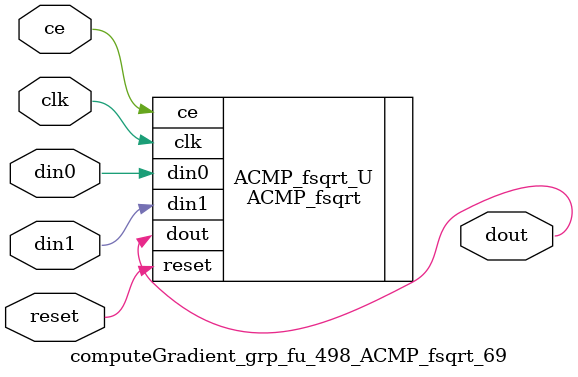
<source format=v>

`timescale 1 ns / 1 ps
module computeGradient_grp_fu_498_ACMP_fsqrt_69(
    clk,
    reset,
    ce,
    din0,
    din1,
    dout);

parameter ID = 32'd1;
parameter NUM_STAGE = 32'd1;
parameter din0_WIDTH = 32'd1;
parameter din1_WIDTH = 32'd1;
parameter dout_WIDTH = 32'd1;
input clk;
input reset;
input ce;
input[din0_WIDTH - 1:0] din0;
input[din1_WIDTH - 1:0] din1;
output[dout_WIDTH - 1:0] dout;



ACMP_fsqrt #(
.ID( ID ),
.NUM_STAGE( 8 ),
.din0_WIDTH( din0_WIDTH ),
.din1_WIDTH( din1_WIDTH ),
.dout_WIDTH( dout_WIDTH ))
ACMP_fsqrt_U(
    .clk( clk ),
    .reset( reset ),
    .ce( ce ),
    .din0( din0 ),
    .din1( din1 ),
    .dout( dout ));

endmodule

</source>
